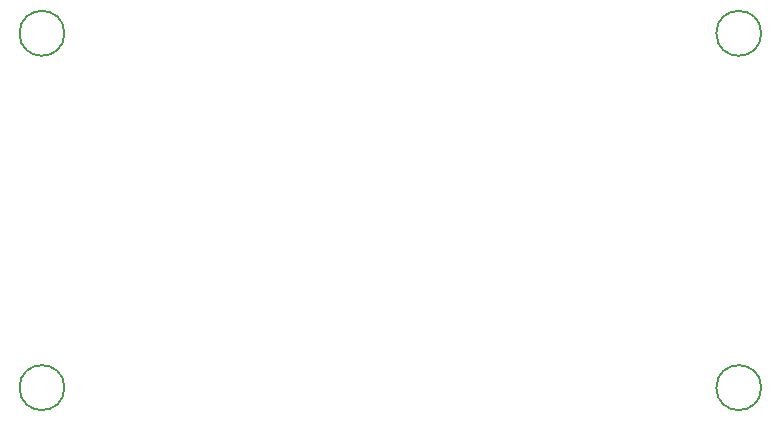
<source format=gbr>
%TF.GenerationSoftware,KiCad,Pcbnew,8.0.2-1*%
%TF.CreationDate,2024-12-04T10:13:36+09:00*%
%TF.ProjectId,gas_nrf52832,6761735f-6e72-4663-9532-3833322e6b69,rev?*%
%TF.SameCoordinates,Original*%
%TF.FileFunction,Other,Comment*%
%FSLAX46Y46*%
G04 Gerber Fmt 4.6, Leading zero omitted, Abs format (unit mm)*
G04 Created by KiCad (PCBNEW 8.0.2-1) date 2024-12-04 10:13:36*
%MOMM*%
%LPD*%
G01*
G04 APERTURE LIST*
%ADD10C,0.150000*%
G04 APERTURE END LIST*
D10*
X93800000Y-78000000D02*
G75*
G02*
X90000000Y-78000000I-1900000J0D01*
G01*
X90000000Y-78000000D02*
G75*
G02*
X93800000Y-78000000I1900000J0D01*
G01*
X93800000Y-108000000D02*
G75*
G02*
X90000000Y-108000000I-1900000J0D01*
G01*
X90000000Y-108000000D02*
G75*
G02*
X93800000Y-108000000I1900000J0D01*
G01*
X152800000Y-78000000D02*
G75*
G02*
X149000000Y-78000000I-1900000J0D01*
G01*
X149000000Y-78000000D02*
G75*
G02*
X152800000Y-78000000I1900000J0D01*
G01*
X152800000Y-108000000D02*
G75*
G02*
X149000000Y-108000000I-1900000J0D01*
G01*
X149000000Y-108000000D02*
G75*
G02*
X152800000Y-108000000I1900000J0D01*
G01*
M02*

</source>
